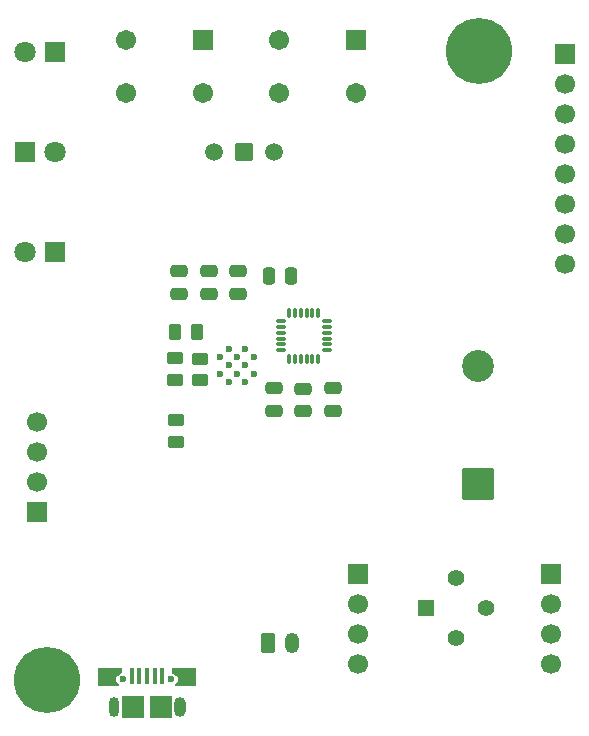
<source format=gbr>
%TF.GenerationSoftware,KiCad,Pcbnew,9.0.1*%
%TF.CreationDate,2025-11-13T22:26:36+01:00*%
%TF.ProjectId,dise_o_v2,64697365-f16f-45f7-9632-2e6b69636164,rev?*%
%TF.SameCoordinates,Original*%
%TF.FileFunction,Soldermask,Bot*%
%TF.FilePolarity,Negative*%
%FSLAX46Y46*%
G04 Gerber Fmt 4.6, Leading zero omitted, Abs format (unit mm)*
G04 Created by KiCad (PCBNEW 9.0.1) date 2025-11-13 22:26:36*
%MOMM*%
%LPD*%
G01*
G04 APERTURE LIST*
G04 Aperture macros list*
%AMRoundRect*
0 Rectangle with rounded corners*
0 $1 Rounding radius*
0 $2 $3 $4 $5 $6 $7 $8 $9 X,Y pos of 4 corners*
0 Add a 4 corners polygon primitive as box body*
4,1,4,$2,$3,$4,$5,$6,$7,$8,$9,$2,$3,0*
0 Add four circle primitives for the rounded corners*
1,1,$1+$1,$2,$3*
1,1,$1+$1,$4,$5*
1,1,$1+$1,$6,$7*
1,1,$1+$1,$8,$9*
0 Add four rect primitives between the rounded corners*
20,1,$1+$1,$2,$3,$4,$5,0*
20,1,$1+$1,$4,$5,$6,$7,0*
20,1,$1+$1,$6,$7,$8,$9,0*
20,1,$1+$1,$8,$9,$2,$3,0*%
%AMFreePoly0*
4,1,9,0.800000,0.650000,0.550000,0.400000,0.550000,0.000000,1.050000,-0.350000,1.050000,-0.800000,-1.050000,-0.800000,-1.050000,0.800000,0.800000,0.800000,0.800000,0.650000,0.800000,0.650000,$1*%
%AMFreePoly1*
4,1,9,1.050000,-0.800000,-1.050000,-0.800000,-1.050000,-0.350000,-0.550000,0.000000,-0.550000,0.400000,-0.800000,0.650000,-0.800000,0.800000,1.050000,0.800000,1.050000,-0.800000,1.050000,-0.800000,$1*%
G04 Aperture macros list end*
%ADD10C,5.600000*%
%ADD11C,0.600000*%
%ADD12RoundRect,0.250000X-0.350000X-0.625000X0.350000X-0.625000X0.350000X0.625000X-0.350000X0.625000X0*%
%ADD13O,1.200000X1.750000*%
%ADD14R,1.700000X1.700000*%
%ADD15C,1.700000*%
%ADD16R,0.400000X1.350000*%
%ADD17FreePoly0,180.000000*%
%ADD18O,1.000000X1.700000*%
%ADD19R,1.900000X1.900000*%
%ADD20O,0.850000X1.700000*%
%ADD21FreePoly1,180.000000*%
%ADD22R,1.800000X1.800000*%
%ADD23C,1.800000*%
%ADD24RoundRect,0.250000X0.475000X-0.250000X0.475000X0.250000X-0.475000X0.250000X-0.475000X-0.250000X0*%
%ADD25RoundRect,0.102000X0.754000X0.754000X-0.754000X0.754000X-0.754000X-0.754000X0.754000X-0.754000X0*%
%ADD26C,1.712000*%
%ADD27RoundRect,0.250000X-0.475000X0.250000X-0.475000X-0.250000X0.475000X-0.250000X0.475000X0.250000X0*%
%ADD28RoundRect,0.250000X0.262500X0.450000X-0.262500X0.450000X-0.262500X-0.450000X0.262500X-0.450000X0*%
%ADD29RoundRect,0.250000X0.450000X-0.262500X0.450000X0.262500X-0.450000X0.262500X-0.450000X-0.262500X0*%
%ADD30RoundRect,0.250000X0.250000X0.475000X-0.250000X0.475000X-0.250000X-0.475000X0.250000X-0.475000X0*%
%ADD31C,2.704000*%
%ADD32RoundRect,0.102000X1.250000X-1.250000X1.250000X1.250000X-1.250000X1.250000X-1.250000X-1.250000X0*%
%ADD33RoundRect,0.075000X0.350000X0.075000X-0.350000X0.075000X-0.350000X-0.075000X0.350000X-0.075000X0*%
%ADD34RoundRect,0.075000X0.075000X-0.350000X0.075000X0.350000X-0.075000X0.350000X-0.075000X-0.350000X0*%
%ADD35RoundRect,0.102000X-0.654000X-0.654000X0.654000X-0.654000X0.654000X0.654000X-0.654000X0.654000X0*%
%ADD36C,1.512000*%
%ADD37RoundRect,0.250000X-0.450000X0.262500X-0.450000X-0.262500X0.450000X-0.262500X0.450000X0.262500X0*%
%ADD38RoundRect,0.102000X-0.599000X-0.599000X0.599000X-0.599000X0.599000X0.599000X-0.599000X0.599000X0*%
%ADD39C,1.402000*%
G04 APERTURE END LIST*
D10*
%TO.C,REF\u002A\u002A*%
X47331758Y-87678711D03*
%TD*%
D11*
%TO.C,U1*%
X62010000Y-60380000D03*
X62010000Y-61780000D03*
X62710000Y-59680000D03*
X62710000Y-61080000D03*
X62710000Y-62480000D03*
X63410000Y-60380000D03*
X63410000Y-61780000D03*
X64110000Y-59680000D03*
X64110000Y-61080000D03*
X64110000Y-62480000D03*
X64810000Y-60380000D03*
X64810000Y-61780000D03*
%TD*%
D12*
%TO.C,J2*%
X66040000Y-84568000D03*
D13*
X68040000Y-84568000D03*
%TD*%
D10*
%TO.C,REF\u002A\u002A*%
X83917682Y-34436394D03*
%TD*%
D14*
%TO.C,J6*%
X91212100Y-34681100D03*
D15*
X91212100Y-37221100D03*
X91212100Y-39761100D03*
X91212100Y-42301100D03*
X91212100Y-44841100D03*
X91212100Y-47381100D03*
X91212100Y-49921100D03*
X91212100Y-52461100D03*
%TD*%
D11*
%TO.C,J1*%
X57797299Y-87667066D03*
X53797299Y-87667066D03*
D16*
X57097299Y-87342066D03*
X56447299Y-87342066D03*
X55797299Y-87342066D03*
X55147299Y-87342066D03*
X54497299Y-87342066D03*
D17*
X58897299Y-87467066D03*
D18*
X58622299Y-90017066D03*
D19*
X56997299Y-90017066D03*
X54597299Y-90017066D03*
D20*
X52972299Y-90017066D03*
D21*
X52697299Y-87467066D03*
%TD*%
D22*
%TO.C,D1*%
X48000000Y-51500000D03*
D23*
X45460000Y-51500000D03*
%TD*%
D24*
%TO.C,C3*%
X58500000Y-55000000D03*
X58500000Y-53100000D03*
%TD*%
D14*
%TO.C,J4*%
X90000000Y-78740000D03*
D15*
X90000000Y-81280000D03*
X90000000Y-83820000D03*
X90000000Y-86360000D03*
%TD*%
D24*
%TO.C,C4*%
X61000000Y-55000000D03*
X61000000Y-53100000D03*
%TD*%
D25*
%TO.C,S2*%
X73500000Y-33500000D03*
D26*
X67000000Y-33500000D03*
X73500000Y-38000000D03*
X67000000Y-38000000D03*
%TD*%
D27*
%TO.C,C7*%
X66500000Y-63000000D03*
X66500000Y-64900000D03*
%TD*%
D28*
%TO.C,R4*%
X59996400Y-58236400D03*
X58171400Y-58236400D03*
%TD*%
D29*
%TO.C,R6*%
X60305900Y-62318500D03*
X60305900Y-60493500D03*
%TD*%
D14*
%TO.C,J5*%
X73660000Y-78740000D03*
D15*
X73660000Y-81280000D03*
X73660000Y-83820000D03*
X73660000Y-86360000D03*
%TD*%
D24*
%TO.C,C5*%
X63500000Y-55000000D03*
X63500000Y-53100000D03*
%TD*%
D30*
%TO.C,C10*%
X68000000Y-53500000D03*
X66100000Y-53500000D03*
%TD*%
D22*
%TO.C,D3*%
X45460000Y-43000000D03*
D23*
X48000000Y-43000000D03*
%TD*%
D27*
%TO.C,C8*%
X69000000Y-63050000D03*
X69000000Y-64950000D03*
%TD*%
D31*
%TO.C,LS1*%
X83820000Y-61120000D03*
D32*
X83820000Y-71120000D03*
%TD*%
D29*
%TO.C,R5*%
X58140900Y-62304800D03*
X58140900Y-60479800D03*
%TD*%
D22*
%TO.C,D2*%
X48000000Y-34500000D03*
D23*
X45460000Y-34500000D03*
%TD*%
D33*
%TO.C,U4*%
X71000000Y-57300000D03*
X71000000Y-57800000D03*
X71000000Y-58300000D03*
X71000000Y-58800000D03*
X71000000Y-59300000D03*
X71000000Y-59800000D03*
D34*
X70300000Y-60500000D03*
X69800000Y-60500000D03*
X69300000Y-60500000D03*
X68800000Y-60500000D03*
X68300000Y-60500000D03*
X67800000Y-60500000D03*
D33*
X67100000Y-59800000D03*
X67100000Y-59300000D03*
X67100000Y-58800000D03*
X67100000Y-58300000D03*
X67100000Y-57800000D03*
X67100000Y-57300000D03*
D34*
X67800000Y-56600000D03*
X68300000Y-56600000D03*
X68800000Y-56600000D03*
X69300000Y-56600000D03*
X69800000Y-56600000D03*
X70300000Y-56600000D03*
%TD*%
D14*
%TO.C,J3*%
X46500000Y-73500000D03*
D15*
X46500000Y-70960000D03*
X46500000Y-68420000D03*
X46500000Y-65880000D03*
%TD*%
D27*
%TO.C,C9*%
X71500000Y-63000000D03*
X71500000Y-64900000D03*
%TD*%
D35*
%TO.C,S1*%
X63960000Y-43000000D03*
D36*
X61420000Y-43000000D03*
X66500000Y-43000000D03*
%TD*%
D37*
%TO.C,R7*%
X58203300Y-65703300D03*
X58203300Y-67528300D03*
%TD*%
D25*
%TO.C,S3*%
X60500000Y-33500000D03*
D26*
X54000000Y-33500000D03*
X60500000Y-38000000D03*
X54000000Y-38000000D03*
%TD*%
D38*
%TO.C,U5*%
X79420000Y-81613700D03*
D39*
X81960000Y-79073700D03*
X84500000Y-81613700D03*
X81960000Y-84153700D03*
%TD*%
M02*

</source>
